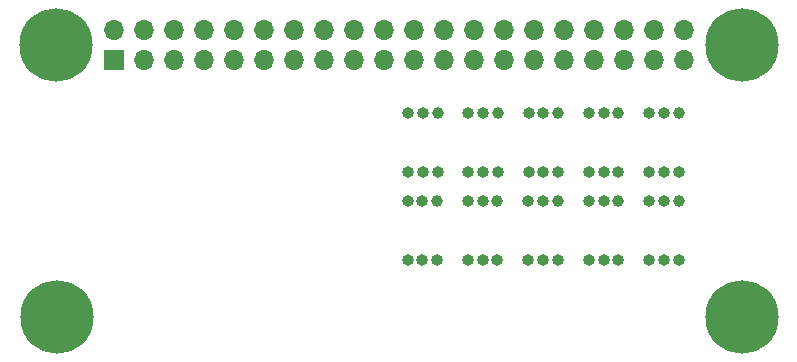
<source format=gbr>
%TF.GenerationSoftware,KiCad,Pcbnew,7.0.9*%
%TF.CreationDate,2023-11-18T01:38:35+02:00*%
%TF.ProjectId,MicroBars,4d696372-6f42-4617-9273-2e6b69636164,rev?*%
%TF.SameCoordinates,Original*%
%TF.FileFunction,Soldermask,Bot*%
%TF.FilePolarity,Negative*%
%FSLAX46Y46*%
G04 Gerber Fmt 4.6, Leading zero omitted, Abs format (unit mm)*
G04 Created by KiCad (PCBNEW 7.0.9) date 2023-11-18 01:38:35*
%MOMM*%
%LPD*%
G01*
G04 APERTURE LIST*
%ADD10C,1.000000*%
%ADD11O,1.000000X1.000000*%
%ADD12C,6.200000*%
%ADD13R,1.700000X1.700000*%
%ADD14O,1.700000X1.700000*%
G04 APERTURE END LIST*
D10*
%TO.C,ALS6*%
X156653000Y-118175500D03*
D11*
X156653000Y-123175500D03*
X155403000Y-123175500D03*
X154153000Y-123175500D03*
X154153000Y-118175500D03*
X155403000Y-118175500D03*
%TD*%
D10*
%TO.C,ALS5*%
X136200000Y-125625500D03*
D11*
X136200000Y-130625500D03*
X134950000Y-130625500D03*
X133700000Y-130625500D03*
X133700000Y-125625500D03*
X134950000Y-125625500D03*
%TD*%
D10*
%TO.C,ALS4*%
X141300500Y-125625500D03*
D11*
X141300500Y-130625500D03*
X140050500Y-130625500D03*
X138800500Y-130625500D03*
X138800500Y-125625500D03*
X140050500Y-125625500D03*
%TD*%
D12*
%TO.C,*%
X162000000Y-112400000D03*
%TD*%
%TO.C,*%
X162000000Y-135400000D03*
%TD*%
D10*
%TO.C,ALS3*%
X146400500Y-125625500D03*
D11*
X146400500Y-130625500D03*
X145150500Y-130625500D03*
X143900500Y-130625500D03*
X143900500Y-125625500D03*
X145150500Y-125625500D03*
%TD*%
D10*
%TO.C,ALS1*%
X156650500Y-125625500D03*
D11*
X156650500Y-130625500D03*
X155400500Y-130625500D03*
X154150500Y-130625500D03*
X154150500Y-125625500D03*
X155400500Y-125625500D03*
%TD*%
D12*
%TO.C,*%
X103900000Y-112400000D03*
%TD*%
D10*
%TO.C,ALS9*%
X141351750Y-118175500D03*
D11*
X141351750Y-123175500D03*
X140101750Y-123175500D03*
X138851750Y-123175500D03*
X138851750Y-118175500D03*
X140101750Y-118175500D03*
%TD*%
D10*
%TO.C,ALS8*%
X146453000Y-118175500D03*
D11*
X146453000Y-123175500D03*
X145203000Y-123175500D03*
X143953000Y-123175500D03*
X143953000Y-118175500D03*
X145203000Y-118175500D03*
%TD*%
D10*
%TO.C,ALS2*%
X151550500Y-125625500D03*
D11*
X151550500Y-130625500D03*
X150300500Y-130625500D03*
X149050500Y-130625500D03*
X149050500Y-125625500D03*
X150300500Y-125625500D03*
%TD*%
D10*
%TO.C,ALS7*%
X151553000Y-118175500D03*
D11*
X151553000Y-123175500D03*
X150303000Y-123175500D03*
X149053000Y-123175500D03*
X149053000Y-118175500D03*
X150303000Y-118175500D03*
%TD*%
D12*
%TO.C,*%
X104000000Y-135400000D03*
%TD*%
D10*
%TO.C,ALS10*%
X136251750Y-118175500D03*
D11*
X136251750Y-123175500D03*
X135001750Y-123175500D03*
X133751750Y-123175500D03*
X133751750Y-118175500D03*
X135001750Y-118175500D03*
%TD*%
D13*
%TO.C,J1*%
X108870000Y-113670000D03*
D14*
X108870000Y-111130000D03*
X111410000Y-113670000D03*
X111410000Y-111130000D03*
X113950000Y-113670000D03*
X113950000Y-111130000D03*
X116490000Y-113670000D03*
X116490000Y-111130000D03*
X119030000Y-113670000D03*
X119030000Y-111130000D03*
X121570000Y-113670000D03*
X121570000Y-111130000D03*
X124110000Y-113670000D03*
X124110000Y-111130000D03*
X126650000Y-113670000D03*
X126650000Y-111130000D03*
X129190000Y-113670000D03*
X129190000Y-111130000D03*
X131730000Y-113670000D03*
X131730000Y-111130000D03*
X134270000Y-113670000D03*
X134270000Y-111130000D03*
X136810000Y-113670000D03*
X136810000Y-111130000D03*
X139350000Y-113670000D03*
X139350000Y-111130000D03*
X141890000Y-113670000D03*
X141890000Y-111130000D03*
X144430000Y-113670000D03*
X144430000Y-111130000D03*
X146970000Y-113670000D03*
X146970000Y-111130000D03*
X149510000Y-113670000D03*
X149510000Y-111130000D03*
X152050000Y-113670000D03*
X152050000Y-111130000D03*
X154590000Y-113670000D03*
X154590000Y-111130000D03*
X157130000Y-113670000D03*
X157130000Y-111130000D03*
%TD*%
M02*

</source>
